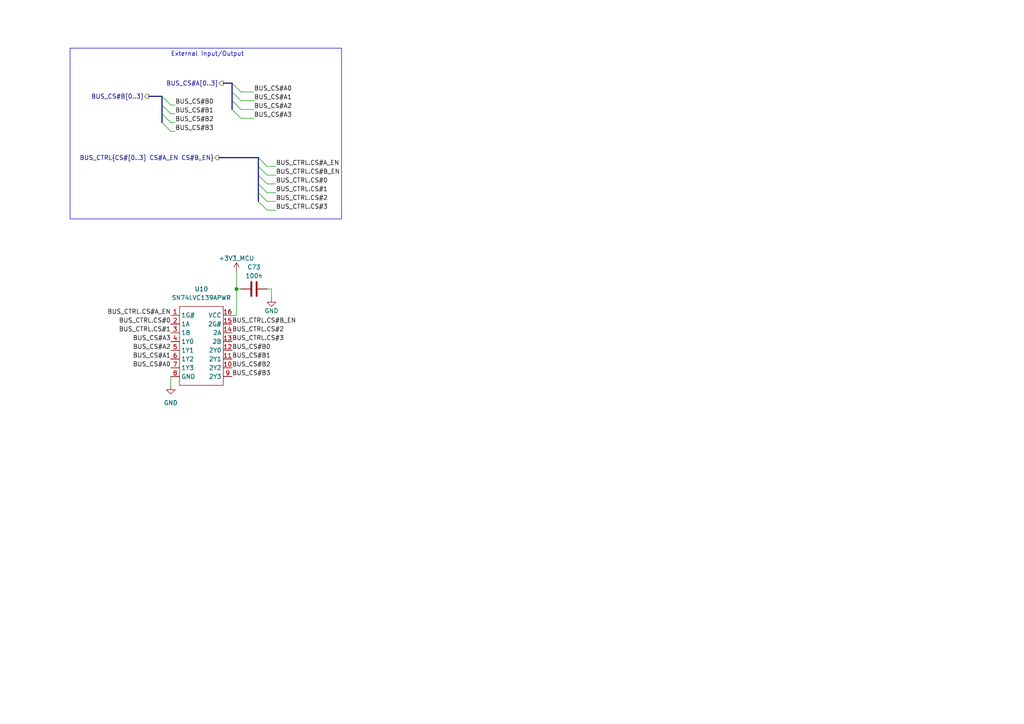
<source format=kicad_sch>
(kicad_sch (version 20221206) (generator eeschema)
  (paper "A4")
  (lib_symbols
    (symbol "Device:C" (pin_numbers hide) (pin_names (offset 0.254))
      (property "Reference" "C" (at 0.635 2.54 0))
      (property "Value" "C" (at 0.635 -2.54 0))
      (symbol "C_0_1"
        (polyline (pts (xy -2.032 -0.762) (xy 2.032 -0.762)) (stroke (width 0.508)))
        (polyline (pts (xy -2.032 0.762) (xy 2.032 0.762)) (stroke (width 0.508)))
      )
      (symbol "C_1_1"
        (pin passive line (at 0 3.81 270) (length 2.794) (name "~") (number "1"))
        (pin passive line (at 0 -3.81 90) (length 2.794) (name "~") (number "2"))
      )
    )
    (symbol "power:GND" (power) (pin_names (offset 0))
      (property "Value" "GND" (at 0 -3.81 0))
      (symbol "GND_0_1"
        (polyline (pts (xy 0 0) (xy 0 -1.27) (xy 1.27 -1.27) (xy 0 -2.54) (xy -1.27 -1.27) (xy 0 -1.27)))
      )
      (symbol "GND_1_1"
        (pin power_in line (at 0 0 270) (length 0) hide (name "GND") (number "1"))
      )
    )
    (symbol "project_power:+3V3_MCU" (power) (pin_names (offset 0))
      (property "Value" "+3V3_MCU" (at 0 3.556 0))
      (symbol "+3V3_MCU_0_1"
        (polyline (pts (xy -0.762 1.27) (xy 0 2.54)))
        (polyline (pts (xy 0 0) (xy 0 2.54)))
        (polyline (pts (xy 0 2.54) (xy 0.762 1.27)))
      )
      (symbol "+3V3_MCU_1_1"
        (pin power_in line (at 0 0 90) (length 0) hide (name "+3V3_MCU") (number "1"))
      )
    )
    (symbol "sn74:SN74LVC139APWR"
      (property "Reference" "U" (at 0 2.54 0))
      (property "Value" "SN74LVC139APWR" (at 0 0 0))
      (property "Footprint" "Package_SO:TSSOP-16_4.4x5mm_P0.65mm" (at 1.27 -30.48 0))
      (symbol "SN74LVC139APWR_0_1"
        (rectangle (start -6.35 -1.27) (end 6.35 -24.13))
      )
      (symbol "SN74LVC139APWR_1_1"
        (pin input line (at -8.89 -3.81 0) (length 2.54) (name "1G#") (number "1"))
        (pin output line (at 8.89 -19.05 180) (length 2.54) (name "2Y2") (number "10"))
        (pin output line (at 8.89 -16.51 180) (length 2.54) (name "2Y1") (number "11"))
        (pin output line (at 8.89 -13.97 180) (length 2.54) (name "2Y0") (number "12"))
        (pin input line (at 8.89 -11.43 180) (length 2.54) (name "2B") (number "13"))
        (pin input line (at 8.89 -8.89 180) (length 2.54) (name "2A") (number "14"))
        (pin input line (at 8.89 -6.35 180) (length 2.54) (name "2G#") (number "15"))
        (pin power_in line (at 8.89 -3.81 180) (length 2.54) (name "VCC") (number "16"))
        (pin input line (at -8.89 -6.35 0) (length 2.54) (name "1A") (number "2"))
        (pin input line (at -8.89 -8.89 0) (length 2.54) (name "1B") (number "3"))
        (pin output line (at -8.89 -11.43 0) (length 2.54) (name "1Y0") (number "4"))
        (pin output line (at -8.89 -13.97 0) (length 2.54) (name "1Y1") (number "5"))
        (pin output line (at -8.89 -16.51 0) (length 2.54) (name "1Y2") (number "6"))
        (pin output line (at -8.89 -19.05 0) (length 2.54) (name "1Y3") (number "7"))
        (pin power_in line (at -8.89 -21.59 0) (length 2.54) (name "GND") (number "8"))
        (pin output line (at 8.89 -21.59 180) (length 2.54) (name "2Y3") (number "9"))
      )
    )
  )
  (junction (at 68.58 83.82))
  (bus_entry (at 74.93 58.42) (size 2.54 2.54))
  (bus_entry (at 74.93 45.72) (size 2.54 2.54))
  (bus_entry (at 74.93 55.88) (size 2.54 2.54))
  (bus_entry (at 74.93 48.26) (size 2.54 2.54))
  (bus_entry (at 46.99 30.48) (size 2.54 2.54))
  (bus_entry (at 67.31 24.13) (size 2.54 2.54))
  (bus_entry (at 67.31 26.67) (size 2.54 2.54))
  (bus_entry (at 46.99 27.94) (size 2.54 2.54))
  (bus_entry (at 46.99 35.56) (size 2.54 2.54))
  (bus_entry (at 74.93 50.8) (size 2.54 2.54))
  (bus_entry (at 46.99 33.02) (size 2.54 2.54))
  (bus_entry (at 67.31 31.75) (size 2.54 2.54))
  (bus_entry (at 67.31 29.21) (size 2.54 2.54))
  (bus_entry (at 74.93 53.34) (size 2.54 2.54))
  (wire (pts (xy 49.53 109.22) (xy 49.53 111.76)))
  (wire (pts (xy 49.53 30.48) (xy 50.8 30.48)))
  (wire (pts (xy 68.58 91.44) (xy 68.58 83.82)))
  (wire (pts (xy 68.58 83.82) (xy 69.85 83.82)))
  (wire (pts (xy 77.47 60.96) (xy 80.01 60.96)))
  (bus (pts (xy 67.31 29.21) (xy 67.31 31.75)))
  (bus (pts (xy 74.93 55.88) (xy 74.93 58.42)))
  (wire (pts (xy 67.31 91.44) (xy 68.58 91.44)))
  (wire (pts (xy 77.47 48.26) (xy 80.01 48.26)))
  (bus (pts (xy 43.18 27.94) (xy 46.99 27.94)))
  (bus (pts (xy 74.93 48.26) (xy 74.93 50.8)))
  (wire (pts (xy 49.53 33.02) (xy 50.8 33.02)))
  (wire (pts (xy 77.47 50.8) (xy 80.01 50.8)))
  (bus (pts (xy 67.31 26.67) (xy 67.31 29.21)))
  (bus (pts (xy 63.5 45.72) (xy 74.93 45.72)))
  (bus (pts (xy 74.93 53.34) (xy 74.93 55.88)))
  (wire (pts (xy 69.85 29.21) (xy 73.66 29.21)))
  (wire (pts (xy 77.47 58.42) (xy 80.01 58.42)))
  (bus (pts (xy 67.31 24.13) (xy 67.31 26.67)))
  (bus (pts (xy 64.77 24.13) (xy 67.31 24.13)))
  (bus (pts (xy 46.99 27.94) (xy 46.99 30.48)))
  (wire (pts (xy 68.58 78.74) (xy 68.58 83.82)))
  (bus (pts (xy 46.99 30.48) (xy 46.99 33.02)))
  (wire (pts (xy 69.85 34.29) (xy 73.66 34.29)))
  (bus (pts (xy 74.93 50.8) (xy 74.93 53.34)))
  (bus (pts (xy 46.99 33.02) (xy 46.99 35.56)))
  (bus (pts (xy 74.93 45.72) (xy 74.93 48.26)))
  (wire (pts (xy 49.53 38.1) (xy 50.8 38.1)))
  (wire (pts (xy 78.74 83.82) (xy 78.74 86.36)))
  (wire (pts (xy 77.47 53.34) (xy 80.01 53.34)))
  (wire (pts (xy 69.85 26.67) (xy 73.66 26.67)))
  (wire (pts (xy 49.53 35.56) (xy 50.8 35.56)))
  (wire (pts (xy 69.85 31.75) (xy 73.66 31.75)))
  (wire (pts (xy 78.74 83.82) (xy 77.47 83.82)))
  (wire (pts (xy 77.47 55.88) (xy 80.01 55.88)))
  (rectangle (start 20.32 13.97) (end 99.06 63.5))
  (text "External Input/Output" (at 49.53 16.51 0) (effects (font (size 1.27 1.27)) (justify left bottom)))
  (label "BUS_CS#A3" (at 73.66 34.29 0))
  (label "BUS_CTRL.CS#0" (at 80.01 53.34 0))
  (label "BUS_CTRL.CS#1" (at 80.01 55.88 0))
  (label "BUS_CS#A0" (at 73.66 26.67 0))
  (label "BUS_CS#B2" (at 67.31 106.68 0))
  (label "BUS_CS#A1" (at 73.66 29.21 0))
  (label "BUS_CS#A2" (at 49.53 101.6 180))
  (label "BUS_CTRL.CS#2" (at 80.01 58.42 0))
  (label "BUS_CS#B2" (at 50.8 35.56 0))
  (label "BUS_CTRL.CS#0" (at 49.53 93.98 180))
  (label "BUS_CS#B3" (at 67.31 109.22 0))
  (label "BUS_CTRL.CS#A_EN" (at 80.01 48.26 0))
  (label "BUS_CTRL.CS#B_EN" (at 67.31 93.98 0))
  (label "BUS_CTRL.CS#B_EN" (at 80.01 50.8 0))
  (label "BUS_CS#A3" (at 49.53 99.06 180))
  (label "BUS_CTRL.CS#1" (at 49.53 96.52 180))
  (label "BUS_CS#B1" (at 50.8 33.02 0))
  (label "BUS_CTRL.CS#A_EN" (at 49.53 91.44 180))
  (label "BUS_CS#B0" (at 67.31 101.6 0))
  (label "BUS_CS#B3" (at 50.8 38.1 0))
  (label "BUS_CS#B0" (at 50.8 30.48 0))
  (label "BUS_CTRL.CS#3" (at 80.01 60.96 0))
  (label "BUS_CTRL.CS#3" (at 67.31 99.06 0))
  (label "BUS_CS#A0" (at 49.53 106.68 180))
  (label "BUS_CS#A2" (at 73.66 31.75 0))
  (label "BUS_CS#B1" (at 67.31 104.14 0))
  (label "BUS_CTRL.CS#2" (at 67.31 96.52 0))
  (label "BUS_CS#A1" (at 49.53 104.14 180))
  (hierarchical_label "BUS_CS#B[0..3]" (shape output) (at 43.18 27.94 180))
  (hierarchical_label "BUS_CTRL{CS#[0..3] CS#A_EN CS#B_EN}" (shape output) (at 63.5 45.72 180))
  (hierarchical_label "BUS_CS#A[0..3]" (shape output) (at 64.77 24.13 180))
  (symbol (lib_id "power:GND") (at 49.53 111.76 0) (unit 1)
    (property "Reference" "#PWR0516" (effects hide))
    (property "Value" "GND" (at 49.53 116.84 0))
  )
  (symbol (lib_id "Device:C") (at 73.66 83.82 90) (unit 1)
    (property "Reference" "C73" (at 73.66 77.47 90))
    (property "Value" "100n" (at 73.66 80.01 90))
    (property "Footprint" "Capacitor_SMD:C_0402_1005Metric_Pad0.74x0.62mm_HandSolder" (effects hide))
  )
  (symbol (lib_id "sn74:SN74LVC139APWR") (at 58.42 87.63 0) (unit 1)
    (property "Reference" "U10" (at 58.42 83.82 0))
    (property "Value" "SN74LVC139APWR" (at 58.42 86.36 0))
    (property "Footprint" "Package_SO:TSSOP-16_4.4x5mm_P0.65mm" (effects hide))
    (property "Datasheet" "https://www.ti.com/lit/ds/symlink/sn74lvc139a.pdf?HQS=dis-mous-null-mousermode-dsf-pf-null-wwe&ts=1670444486071&ref_url=https%253A%252F%252Fwww.mouser.pl%252F" (effects hide))
    (instances (project "mainboard" (path "" (reference "U10") (unit 1)) (path "" (reference "U13") (unit 1))))
  )
  (symbol (lib_id "project_power:+3V3_MCU") (at 68.58 78.74 0) (unit 1)
    (property "Reference" "#PWR?" (effects hide))
    (property "Value" "+3V3_MCU" (at 68.58 74.93 0))
    (instances (project "mainboard" (path "" (reference "#PWR?") (unit 1)) (path "" (reference "#PWR0180") (unit 1))))
  )
  (symbol (lib_id "power:GND") (at 78.74 86.36 0) (unit 1)
    (property "Reference" "#PWR0179" (effects hide))
    (property "Value" "GND" (at 78.74 90.17 0))
  )
)
</source>
